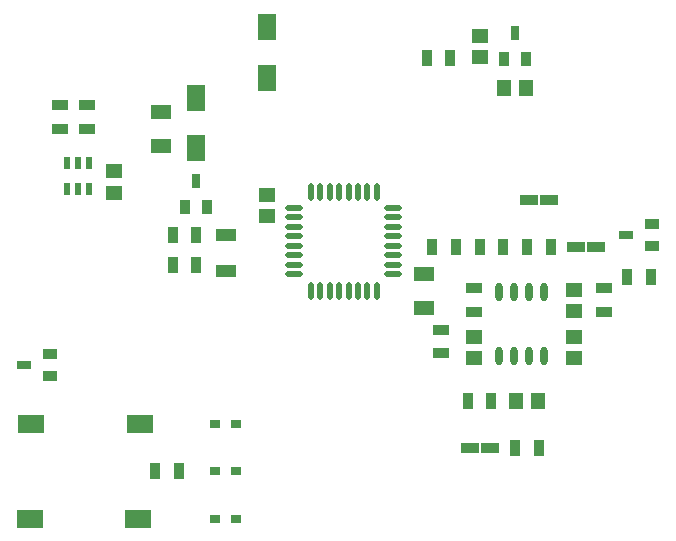
<source format=gbr>
G04 #@! TF.GenerationSoftware,KiCad,Pcbnew,(2017-08-18 revision 6be2f2934)-master*
G04 #@! TF.CreationDate,2017-08-19T20:32:53-06:00*
G04 #@! TF.ProjectId,tone,746F6E652E6B696361645F7063620000,rev?*
G04 #@! TF.SameCoordinates,Original*
G04 #@! TF.FileFunction,Paste,Top*
G04 #@! TF.FilePolarity,Positive*
%FSLAX46Y46*%
G04 Gerber Fmt 4.6, Leading zero omitted, Abs format (unit mm)*
G04 Created by KiCad (PCBNEW (2017-08-18 revision 6be2f2934)-master) date Sat Aug 19 20:32:53 2017*
%MOMM*%
%LPD*%
G01*
G04 APERTURE LIST*
%ADD10R,0.600000X1.100000*%
%ADD11R,1.450000X1.150000*%
%ADD12R,1.150000X1.450000*%
%ADD13R,0.900000X1.300000*%
%ADD14R,0.800000X1.300000*%
%ADD15R,1.300000X0.900000*%
%ADD16R,1.300000X0.800000*%
%ADD17O,1.500000X0.550000*%
%ADD18O,0.550000X1.500000*%
%ADD19R,1.450000X0.950000*%
%ADD20R,0.950000X1.450000*%
%ADD21R,1.800000X1.200000*%
%ADD22R,0.899160X0.800100*%
%ADD23R,2.190000X1.600000*%
%ADD24R,1.500000X0.950000*%
%ADD25R,1.500000X2.300000*%
%ADD26R,1.800000X1.050000*%
%ADD27O,0.600000X1.550000*%
G04 APERTURE END LIST*
D10*
X7500000Y-14900000D03*
X6550000Y-14900000D03*
X8450000Y-14900000D03*
X7500000Y-17100000D03*
X8450000Y-17100000D03*
X6550000Y-17100000D03*
D11*
X41500000Y-4100000D03*
X41500000Y-5900000D03*
D12*
X43600000Y-8500000D03*
X45400000Y-8500000D03*
D13*
X43550000Y-6100000D03*
X45450000Y-6100000D03*
D14*
X44500000Y-3900000D03*
D15*
X5100000Y-32950000D03*
X5100000Y-31050000D03*
D16*
X2900000Y-32000000D03*
D17*
X34200000Y-24300000D03*
X34200000Y-23500000D03*
X34200000Y-22700000D03*
X34200000Y-21900000D03*
X34200000Y-21100000D03*
X34200000Y-20300000D03*
X34200000Y-19500000D03*
X34200000Y-18700000D03*
D18*
X32800000Y-17300000D03*
X32000000Y-17300000D03*
X31200000Y-17300000D03*
X30400000Y-17300000D03*
X29600000Y-17300000D03*
X28800000Y-17300000D03*
X28000000Y-17300000D03*
X27200000Y-17300000D03*
D17*
X25800000Y-18700000D03*
X25800000Y-19500000D03*
X25800000Y-20300000D03*
X25800000Y-21100000D03*
X25800000Y-21900000D03*
X25800000Y-22700000D03*
X25800000Y-23500000D03*
X25800000Y-24300000D03*
D18*
X27200000Y-25700000D03*
X28000000Y-25700000D03*
X28800000Y-25700000D03*
X29600000Y-25700000D03*
X30400000Y-25700000D03*
X31200000Y-25700000D03*
X32000000Y-25700000D03*
X32800000Y-25700000D03*
D19*
X38250000Y-31000000D03*
X38250000Y-29000000D03*
D20*
X17500000Y-23500000D03*
X15500000Y-23500000D03*
X15500000Y-21000000D03*
X17500000Y-21000000D03*
D21*
X36750000Y-27200000D03*
X36750000Y-24300000D03*
D20*
X37000000Y-6000000D03*
X39000000Y-6000000D03*
X14000000Y-41000000D03*
X16000000Y-41000000D03*
D22*
X19100840Y-41000000D03*
X20899160Y-41000000D03*
X20899160Y-37000000D03*
X19100840Y-37000000D03*
X19100840Y-45000000D03*
X20899160Y-45000000D03*
D23*
X12595000Y-45000000D03*
X3405000Y-45000000D03*
X3520001Y-37000000D03*
X12710001Y-37000000D03*
D24*
X49650000Y-22000000D03*
X51350000Y-22000000D03*
X47350000Y-18000000D03*
X45650000Y-18000000D03*
X40650000Y-39000000D03*
X42350000Y-39000000D03*
D20*
X43500000Y-22000000D03*
X41500000Y-22000000D03*
D21*
X14500000Y-13450000D03*
X14500000Y-10550000D03*
D11*
X10500000Y-15600000D03*
X10500000Y-17400000D03*
D19*
X8250000Y-12000000D03*
X8250000Y-10000000D03*
X6000000Y-10000000D03*
X6000000Y-12000000D03*
D11*
X49500000Y-31400000D03*
X49500000Y-29600000D03*
X23500000Y-17600000D03*
X23500000Y-19400000D03*
D12*
X44600000Y-35000000D03*
X46400000Y-35000000D03*
D11*
X41000000Y-31400000D03*
X41000000Y-29600000D03*
X49500000Y-25600000D03*
X49500000Y-27400000D03*
D25*
X17500000Y-9350000D03*
X17500000Y-13650000D03*
X23500000Y-3350000D03*
X23500000Y-7650000D03*
D20*
X46500000Y-39000000D03*
X44500000Y-39000000D03*
X40500000Y-35000000D03*
X42500000Y-35000000D03*
D19*
X41000000Y-27500000D03*
X41000000Y-25500000D03*
D20*
X56000000Y-24500000D03*
X54000000Y-24500000D03*
X39500000Y-22000000D03*
X37500000Y-22000000D03*
X47500000Y-22000000D03*
X45500000Y-22000000D03*
D19*
X52000000Y-27500000D03*
X52000000Y-25500000D03*
D26*
X20000000Y-21000000D03*
X20000000Y-24000000D03*
D27*
X46905000Y-25800000D03*
X45635000Y-25800000D03*
X44365000Y-25800000D03*
X43095000Y-25800000D03*
X43095000Y-31200000D03*
X44365000Y-31200000D03*
X45635000Y-31200000D03*
X46905000Y-31200000D03*
D15*
X56100000Y-21950000D03*
X56100000Y-20050000D03*
D16*
X53900000Y-21000000D03*
D13*
X16550000Y-18600000D03*
X18450000Y-18600000D03*
D14*
X17500000Y-16400000D03*
M02*

</source>
